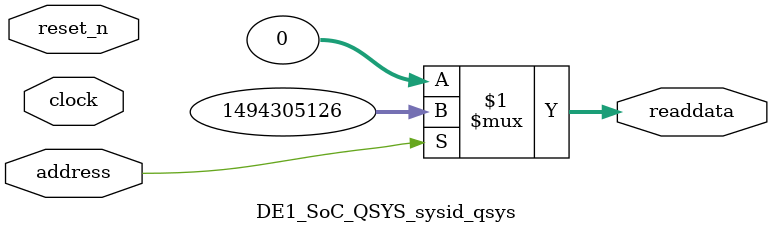
<source format=v>



// synthesis translate_off
`timescale 1ns / 1ps
// synthesis translate_on

// turn off superfluous verilog processor warnings 
// altera message_level Level1 
// altera message_off 10034 10035 10036 10037 10230 10240 10030 

module DE1_SoC_QSYS_sysid_qsys (
               // inputs:
                address,
                clock,
                reset_n,

               // outputs:
                readdata
             )
;

  output  [ 31: 0] readdata;
  input            address;
  input            clock;
  input            reset_n;

  wire    [ 31: 0] readdata;
  //control_slave, which is an e_avalon_slave
  assign readdata = address ? 1494305126 : 0;

endmodule



</source>
